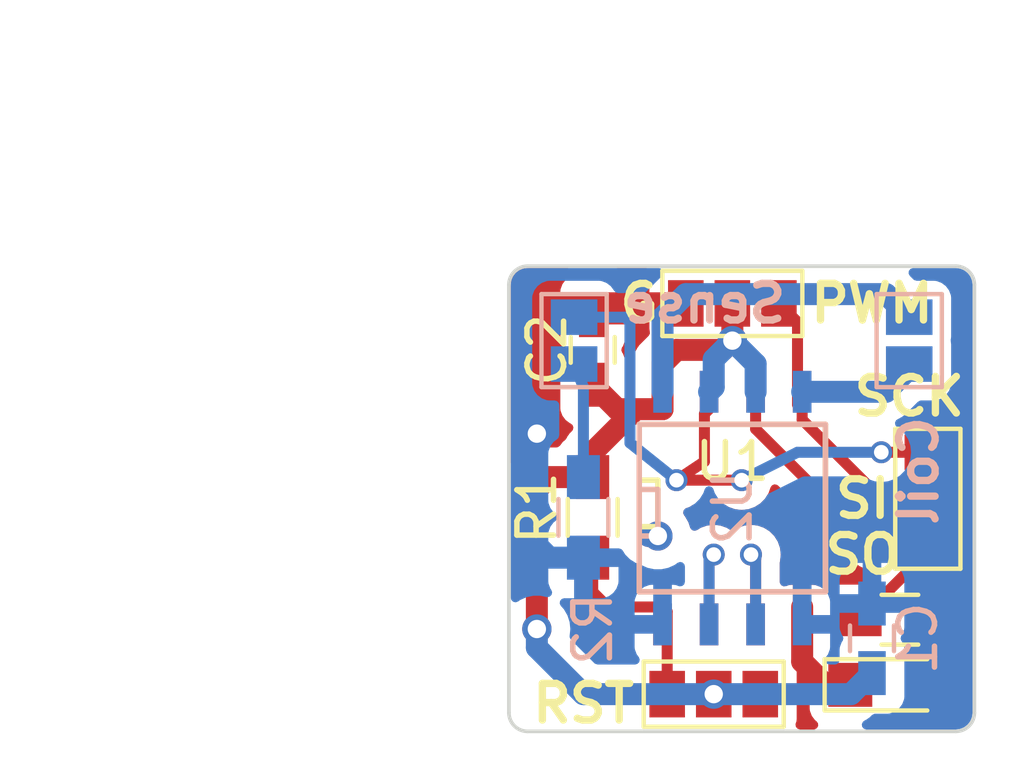
<source format=kicad_pcb>
(kicad_pcb (version 20221018) (generator pcbnew)
  (layers (0 "F.Cu" signal) (31 "B.Cu" signal) (34 "B.Paste" user) (35 "F.Paste" user) (36 "B.SilkS" user "B.Silkscreen") (37 "F.SilkS" user "F.Silkscreen") (38 "B.Mask" user) (39 "F.Mask" user) (44 "Edge.Cuts" user))
  (net 0 "")
  (net 1 "Net-(D1-Pad2)")
  (net 2 "GND")
  (net 3 "Net-(J1-Pad1)")
  (net 4 "Net-(J1-Pad2)")
  (net 5 "Net-(J2-Pad2)")
  (net 6 "VCC")
  (net 7 "LED")
  (net 8 "IB")
  (net 9 "IA")
  (net 10 "SCK")
  (net 11 "MOSI")
  (net 12 "RST")
  (footprint "LEDs:LED_0805" (layer "F.Cu") (at 139.954 110.998)
    (fp_text reference "D1" hide)
    (fp_text value "LED")
    (fp_line (start -1.8 -0.7) (end -1.8 0.7) (stroke (width 0.12)) (layer "F.SilkS"))
    (fp_line (start -1.8 -0.7) (end 1 -0.7) (stroke (width 0.12)) (layer "F.SilkS"))
    (fp_line (start -1.8 0.7) (end 1 0.7) (stroke (width 0.12)) (layer "F.SilkS"))
    (pad "1" smd rect (at -1.1 0 180) (size 1.2 1.2) (layers "F.Cu" "F.Paste" "F.Mask") (net 2 "GND"))
    (pad "2" smd rect (at 1.1 0 180) (size 1.2 1.2) (layers "F.Cu" "F.Paste" "F.Mask") (net 1 "Net-(D1-Pad2)"))
  )
  (footprint "Connectors:GS3" (layer "F.Cu") (at 135.636 100.584 90)
    (fp_text reference "J3" hide)
    (fp_text value "Input")
    (fp_line (start -0.89 -1.91) (end -0.89 1.91) (stroke (width 0.12)) (layer "F.SilkS"))
    (fp_line (start -0.89 -1.91) (end 0.89 -1.91) (stroke (width 0.12)) (layer "F.SilkS"))
    (fp_line (start -0.89 1.91) (end 0.89 1.91) (stroke (width 0.12)) (layer "F.SilkS"))
    (fp_line (start 0.89 1.91) (end 0.89 -1.91) (stroke (width 0.12)) (layer "F.SilkS"))
    (pad "1" smd rect (at 0 -1.27 90) (size 1.27 0.97) (layers "F.Cu" "F.Paste" "F.Mask") (net 2 "GND"))
    (pad "2" smd rect (at 0 0 90) (size 1.27 0.97) (layers "F.Cu" "F.Paste" "F.Mask") (net 6 "VCC"))
    (pad "3" smd rect (at 0 1.27 90) (size 1.27 0.97) (layers "F.Cu" "F.Paste" "F.Mask") (net 11 "MOSI"))
  )
  (footprint "Resistors_SMD:R_0603_HandSoldering" (layer "F.Cu") (at 131.826 106.426 -90)
    (fp_text reference "R1" (at -0.254 1.524 270) (layer "F.SilkS"))
    (fp_text value "10K")
    (fp_line (start -0.5 -0.68) (end 0.5 -0.68) (stroke (width 0.12)) (layer "F.SilkS"))
    (fp_line (start 0.5 0.68) (end -0.5 0.68) (stroke (width 0.12)) (layer "F.SilkS"))
    (pad "1" smd rect (at -1.1 0 270) (size 1.2 0.9) (layers "F.Cu" "F.Paste" "F.Mask") (net 6 "VCC"))
    (pad "2" smd rect (at 1.1 0 270) (size 1.2 0.9) (layers "F.Cu" "F.Paste" "F.Mask") (net 12 "RST"))
  )
  (footprint "Resistors_SMD:R_0603_HandSoldering" (layer "F.Cu") (at 140.208 109.22 180)
    (fp_text reference "R3" hide)
    (fp_text value "1K")
    (fp_line (start -0.5 -0.68) (end 0.5 -0.68) (stroke (width 0.12)) (layer "F.SilkS"))
    (fp_line (start 0.5 0.68) (end -0.5 0.68) (stroke (width 0.12)) (layer "F.SilkS"))
    (pad "1" smd rect (at -1.1 0 180) (size 1.2 0.9) (layers "F.Cu" "F.Paste" "F.Mask") (net 1 "Net-(D1-Pad2)"))
    (pad "2" smd rect (at 1.1 0 180) (size 1.2 0.9) (layers "F.Cu" "F.Paste" "F.Mask") (net 7 "LED"))
  )
  (footprint "SMD_Packages:SOIC-8-N" (layer "F.Cu") (at 135.636 106.172)
    (fp_text reference "U1" (at 0 -1.27) (layer "F.SilkS"))
    (fp_text value "ATTINY15-1SC")
    (fp_line (start -2.54 -2.286) (end 2.54 -2.286) (stroke (width 0.15)) (layer "F.SilkS"))
    (fp_line (start -2.54 -0.762) (end -2.032 -0.762) (stroke (width 0.15)) (layer "F.SilkS"))
    (fp_line (start -2.54 2.286) (end -2.54 -2.286) (stroke (width 0.15)) (layer "F.SilkS"))
    (fp_line (start -2.032 -0.762) (end -2.032 0.508) (stroke (width 0.15)) (layer "F.SilkS"))
    (fp_line (start -2.032 0.508) (end -2.54 0.508) (stroke (width 0.15)) (layer "F.SilkS"))
    (fp_line (start 2.54 -2.286) (end 2.54 2.286) (stroke (width 0.15)) (layer "F.SilkS"))
    (fp_line (start 2.54 2.286) (end -2.54 2.286) (stroke (width 0.15)) (layer "F.SilkS"))
    (pad "1" smd rect (at -1.905 3.175) (size 0.508 1.143) (layers "F.Cu" "F.Paste" "F.Mask") (net 12 "RST"))
    (pad "2" smd rect (at -0.635 3.175) (size 0.508 1.143) (layers "F.Cu" "F.Paste" "F.Mask") (net 8 "IB"))
    (pad "3" smd rect (at 0.635 3.175) (size 0.508 1.143) (layers "F.Cu" "F.Paste" "F.Mask") (net 9 "IA"))
    (pad "4" smd rect (at 1.905 3.175) (size 0.508 1.143) (layers "F.Cu" "F.Paste" "F.Mask") (net 2 "GND"))
    (pad "5" smd rect (at 1.905 -3.175) (size 0.508 1.143) (layers "F.Cu" "F.Paste" "F.Mask") (net 11 "MOSI"))
    (pad "6" smd rect (at 0.635 -3.175) (size 0.508 1.143) (layers "F.Cu" "F.Paste" "F.Mask") (net 7 "LED"))
    (pad "7" smd rect (at -0.635 -3.175) (size 0.508 1.143) (layers "F.Cu" "F.Paste" "F.Mask") (net 10 "SCK"))
    (pad "8" smd rect (at -1.905 -3.175) (size 0.508 1.143) (layers "F.Cu" "F.Paste" "F.Mask") (net 6 "VCC"))
  )
  (footprint "Connectors:GS3" (layer "F.Cu") (at 140.97 105.918)
    (fp_text reference "J4" hide)
    (fp_text value "Prog?dat")
    (fp_line (start -0.89 -1.91) (end -0.89 1.91) (stroke (width 0.12)) (layer "F.SilkS"))
    (fp_line (start -0.89 -1.91) (end 0.89 -1.91) (stroke (width 0.12)) (layer "F.SilkS"))
    (fp_line (start -0.89 1.91) (end 0.89 1.91) (stroke (width 0.12)) (layer "F.SilkS"))
    (fp_line (start 0.89 1.91) (end 0.89 -1.91) (stroke (width 0.12)) (layer "F.SilkS"))
    (pad "1" smd rect (at 0 -1.27) (size 1.27 0.97) (layers "F.Cu" "F.Paste" "F.Mask") (net 10 "SCK"))
    (pad "2" smd rect (at 0 0) (size 1.27 0.97) (layers "F.Cu" "F.Paste" "F.Mask") (net 11 "MOSI"))
    (pad "3" smd rect (at 0 1.27) (size 1.27 0.97) (layers "F.Cu" "F.Paste" "F.Mask") (net 7 "LED"))
  )
  (footprint "Connectors:GS3" (layer "F.Cu") (at 135.128 111.252 90)
    (fp_text reference "J5" hide)
    (fp_text value "Prog?pwr")
    (fp_line (start -0.89 -1.91) (end -0.89 1.91) (stroke (width 0.12)) (layer "F.SilkS"))
    (fp_line (start -0.89 -1.91) (end 0.89 -1.91) (stroke (width 0.12)) (layer "F.SilkS"))
    (fp_line (start -0.89 1.91) (end 0.89 1.91) (stroke (width 0.12)) (layer "F.SilkS"))
    (fp_line (start 0.89 1.91) (end 0.89 -1.91) (stroke (width 0.12)) (layer "F.SilkS"))
    (pad "1" smd rect (at 0 -1.27 90) (size 1.27 0.97) (layers "F.Cu" "F.Paste" "F.Mask") (net 12 "RST"))
    (pad "2" smd rect (at 0 0 90) (size 1.27 0.97) (layers "F.Cu" "F.Paste" "F.Mask") (net 6 "VCC"))
    (pad "3" smd rect (at 0 1.27 90) (size 1.27 0.97) (layers "F.Cu" "F.Paste" "F.Mask") (net 2 "GND"))
  )
  (footprint "Capacitors_SMD:C_0603_HandSoldering" (layer "F.Cu") (at 131.826 101.854 90)
    (fp_text reference "C2" (at 0 -1.25 90) (layer "F.SilkS"))
    (fp_text value "100n")
    (fp_line (start -0.35 -0.6) (end 0.35 -0.6) (stroke (width 0.12)) (layer "F.SilkS"))
    (fp_line (start 0.35 0.6) (end -0.35 0.6) (stroke (width 0.12)) (layer "F.SilkS"))
    (pad "1" smd rect (at -0.95 0 90) (size 1.2 0.75) (layers "F.Cu" "F.Paste" "F.Mask") (net 6 "VCC"))
    (pad "2" smd rect (at 0.95 0 90) (size 1.2 0.75) (layers "F.Cu" "F.Paste" "F.Mask") (net 2 "GND"))
  )
  (footprint "Connectors:GS2" (layer "B.Cu") (at 140.462 101.6)
    (fp_text reference "J1" hide)
    (fp_text value "SOLENOID")
    (fp_line (start -0.89 1.27) (end -0.89 -1.27) (stroke (width 0.12)) (layer "B.SilkS"))
    (fp_line (start -0.89 1.27) (end 0.89 1.27) (stroke (width 0.12)) (layer "B.SilkS"))
    (fp_line (start 0.89 -1.27) (end -0.89 -1.27) (stroke (width 0.12)) (layer "B.SilkS"))
    (fp_line (start 0.89 -1.27) (end 0.89 1.27) (stroke (width 0.12)) (layer "B.SilkS"))
    (pad "1" smd rect (at 0 0.64) (size 1.27 0.97) (layers "B.Cu" "B.Paste" "B.Mask") (net 3 "Net-(J1-Pad1)"))
    (pad "2" smd rect (at 0 -0.64) (size 1.27 0.97) (layers "B.Cu" "B.Paste" "B.Mask") (net 4 "Net-(J1-Pad2)"))
  )
  (footprint "Connectors:GS2" (layer "B.Cu") (at 131.318 101.6 180)
    (fp_text reference "J2" hide)
    (fp_text value "Sensor")
    (fp_line (start -0.89 1.27) (end -0.89 -1.27) (stroke (width 0.12)) (layer "B.SilkS"))
    (fp_line (start -0.89 1.27) (end 0.89 1.27) (stroke (width 0.12)) (layer "B.SilkS"))
    (fp_line (start 0.89 -1.27) (end -0.89 -1.27) (stroke (width 0.12)) (layer "B.SilkS"))
    (fp_line (start 0.89 -1.27) (end 0.89 1.27) (stroke (width 0.12)) (layer "B.SilkS"))
    (pad "1" smd rect (at 0 0.64 180) (size 1.27 0.97) (layers "B.Cu" "B.Paste" "B.Mask") (net 10 "SCK"))
    (pad "2" smd rect (at 0 -0.64 180) (size 1.27 0.97) (layers "B.Cu" "B.Paste" "B.Mask") (net 5 "Net-(J2-Pad2)"))
  )
  (footprint "Resistors_SMD:R_0603_HandSoldering" (layer "B.Cu") (at 131.572 106.426 90)
    (fp_text reference "R2" (at -3.048 0.254 90) (layer "B.SilkS") (effects (justify mirror)))
    (fp_text value "10K")
    (fp_line (start -0.5 0.68) (end 0.5 0.68) (stroke (width 0.12)) (layer "B.SilkS"))
    (fp_line (start 0.5 -0.68) (end -0.5 -0.68) (stroke (width 0.12)) (layer "B.SilkS"))
    (pad "1" smd rect (at -1.1 0 90) (size 1.2 0.9) (layers "B.Cu" "B.Paste" "B.Mask") (net 2 "GND"))
    (pad "2" smd rect (at 1.1 0 90) (size 1.2 0.9) (layers "B.Cu" "B.Paste" "B.Mask") (net 5 "Net-(J2-Pad2)"))
  )
  (footprint "SMD_Packages:SOIC-8-N" (layer "B.Cu") (at 135.636 106.172)
    (fp_text reference "U2" (at 0 0 90) (layer "B.SilkS") (effects (justify mirror)))
    (fp_text value "L9110")
    (fp_line (start -2.54 -2.286) (end -2.54 2.286) (stroke (width 0.15)) (layer "B.SilkS"))
    (fp_line (start -2.54 0.762) (end -2.032 0.762) (stroke (width 0.15)) (layer "B.SilkS"))
    (fp_line (start -2.54 2.286) (end 2.54 2.286) (stroke (width 0.15)) (layer "B.SilkS"))
    (fp_line (start -2.032 -0.508) (end -2.54 -0.508) (stroke (width 0.15)) (layer "B.SilkS"))
    (fp_line (start -2.032 0.762) (end -2.032 -0.508) (stroke (width 0.15)) (layer "B.SilkS"))
    (fp_line (start 2.54 -2.286) (end -2.54 -2.286) (stroke (width 0.15)) (layer "B.SilkS"))
    (fp_line (start 2.54 2.286) (end 2.54 -2.286) (stroke (width 0.15)) (layer "B.SilkS"))
    (pad "1" smd rect (at -1.905 -3.175) (size 0.508 1.143) (layers "B.Cu" "B.Paste" "B.Mask") (net 4 "Net-(J1-Pad2)"))
    (pad "2" smd rect (at -0.635 -3.175) (size 0.508 1.143) (layers "B.Cu" "B.Paste" "B.Mask") (net 6 "VCC"))
    (pad "3" smd rect (at 0.635 -3.175) (size 0.508 1.143) (layers "B.Cu" "B.Paste" "B.Mask") (net 6 "VCC"))
    (pad "4" smd rect (at 1.905 -3.175) (size 0.508 1.143) (layers "B.Cu" "B.Paste" "B.Mask") (net 3 "Net-(J1-Pad1)"))
    (pad "5" smd rect (at 1.905 3.175) (size 0.508 1.143) (layers "B.Cu" "B.Paste" "B.Mask") (net 2 "GND"))
    (pad "6" smd rect (at 0.635 3.175) (size 0.508 1.143) (layers "B.Cu" "B.Paste" "B.Mask") (net 9 "IA"))
    (pad "7" smd rect (at -0.635 3.175) (size 0.508 1.143) (layers "B.Cu" "B.Paste" "B.Mask") (net 8 "IB"))
    (pad "8" smd rect (at -1.905 3.175) (size 0.508 1.143) (layers "B.Cu" "B.Paste" "B.Mask") (net 2 "GND"))
  )
  (footprint "Capacitors_SMD:C_0603_HandSoldering" (layer "B.Cu") (at 139.446 109.728 90)
    (fp_text reference "C1" (at 0 1.25 90) (layer "B.SilkS") (effects (justify mirror)))
    (fp_text value "2.2uf")
    (fp_line (start -0.35 0.6) (end 0.35 0.6) (stroke (width 0.12)) (layer "B.SilkS"))
    (fp_line (start 0.35 -0.6) (end -0.35 -0.6) (stroke (width 0.12)) (layer "B.SilkS"))
    (pad "1" smd rect (at -0.95 0 90) (size 1.2 0.75) (layers "B.Cu" "B.Paste" "B.Mask") (net 6 "VCC"))
    (pad "2" smd rect (at 0.95 0 90) (size 1.2 0.75) (layers "B.Cu" "B.Paste" "B.Mask") (net 2 "GND"))
  )
  (gr_arc (start 141.732 99.568) (mid 142.09121 99.71679) (end 142.24 100.076) (stroke (width 0.1)) (layer "Edge.Cuts"))
  (gr_line (start 142.24 100.076) (end 142.24 111.76) (stroke (width 0.1)) (layer "Edge.Cuts"))
  (gr_arc (start 142.24 111.76) (mid 142.09121 112.11921) (end 141.732 112.268) (stroke (width 0.1)) (layer "Edge.Cuts"))
  (gr_arc (start 129.54 100.076) (mid 129.68879 99.71679) (end 130.048 99.568) (stroke (width 0.1)) (layer "Edge.Cuts"))
  (gr_line (start 130.048 99.568) (end 141.732 99.568) (stroke (width 0.1)) (layer "Edge.Cuts"))
  (gr_line (start 141.732 112.268) (end 130.048 112.268) (stroke (width 0.1)) (layer "Edge.Cuts"))
  (gr_arc (start 130.048 112.268) (mid 129.68879 112.11921) (end 129.54 111.76) (stroke (width 0.1)) (layer "Edge.Cuts"))
  (gr_line (start 129.54 111.76) (end 129.54 100.076) (stroke (width 0.1)) (layer "Edge.Cuts"))
  (gr_text "Coil" (at 140.716 105.156 90) (layer "B.SilkS") (effects (font (size 1 1) (thickness 0.2)) (justify mirror)))
  (gr_text "Sense" (at 134.874 100.584) (layer "B.SilkS") (effects (font (size 1 1) (thickness 0.2)) (justify mirror)))
  (gr_text "RST" (at 131.572 111.506) (layer "F.SilkS") (effects (font (size 1 1) (thickness 0.2))))
  (gr_text "G" (at 133.096 100.584) (layer "F.SilkS") (effects (font (size 1 1) (thickness 0.2))))
  (gr_text "SI\n" (at 139.192 105.918) (layer "F.SilkS") (effects (font (size 1 1) (thickness 0.2))))
  (gr_text "SO" (at 139.192 107.442) (layer "F.SilkS") (effects (font (size 1 1) (thickness 0.2))))
  (gr_text "SCK" (at 140.462 103.124) (layer "F.SilkS") (effects (font (size 1 1) (thickness 0.2))))
  (gr_text "PWM" (at 139.446 100.584) (layer "F.SilkS") (effects (font (size 1 1) (thickness 0.2))))
  (segment (start 133.35 106.934) (end 133.604 106.934) (width 0.6) (layer "F.Cu") (net 0))
  (via (at 133.604 106.934) (size 0.8) (drill 0.5) (layers "F.Cu" "B.Cu") (net 0))
  (segment (start 133.604 106.934) (end 133.35 106.934) (width 0.6) (layer "B.Cu") (net 0))
  (segment (start 141.308 110.744) (end 141.054 110.998) (width 0.3) (layer "F.Cu") (net 1))
  (segment (start 141.308 109.22) (end 141.308 110.744) (width 0.3) (layer "F.Cu") (net 1))
  (segment (start 138.176 110.998) (end 137.541 110.363) (width 0.6) (layer "F.Cu") (net 2))
  (segment (start 137.541 110.363) (end 137.541 108.872) (width 0.6) (layer "F.Cu") (net 2))
  (segment (start 130.302 104.14) (end 130.302 101.346) (width 0.6) (layer "F.Cu") (net 2))
  (segment (start 130.302 101.346) (end 131.064 100.584) (width 0.6) (layer "F.Cu") (net 2))
  (segment (start 131.064 100.584) (end 134.366 100.584) (width 0.6) (layer "F.Cu") (net 2))
  (segment (start 132.146 100.584) (end 131.826 100.904) (width 0.6) (layer "F.Cu") (net 2))
  (segment (start 138.854 110.998) (end 138.176 110.998) (width 0.6) (layer "F.Cu") (net 2))
  (segment (start 134.366 100.584) (end 132.146 100.584) (width 0.6) (layer "F.Cu") (net 2))
  (via (at 130.302 104.14) (size 0.8) (drill 0.5) (layers "F.Cu" "B.Cu") (net 2))
  (segment (start 130.64 107.526) (end 130.302 107.188) (width 0.6) (layer "B.Cu") (net 2))
  (segment (start 130.302 107.188) (end 130.302 104.14) (width 0.6) (layer "B.Cu") (net 2))
  (segment (start 131.572 107.526) (end 130.64 107.526) (width 0.6) (layer "B.Cu") (net 2))
  (segment (start 140.462 102.362) (end 139.827 102.997) (width 0.6) (layer "B.Cu") (net 3))
  (segment (start 139.827 102.997) (end 137.541 102.997) (width 0.6) (layer "B.Cu") (net 3))
  (segment (start 140.462 102.24) (end 140.462 102.362) (width 0.6) (layer "B.Cu") (net 3))
  (segment (start 133.731 100.965) (end 134.366 100.33) (width 0.6) (layer "B.Cu") (net 4))
  (segment (start 134.366 100.33) (end 139.832 100.33) (width 0.6) (layer "B.Cu") (net 4))
  (segment (start 139.832 100.33) (end 140.462 100.96) (width 0.6) (layer "B.Cu") (net 4))
  (segment (start 133.731 102.997) (end 133.731 100.965) (width 0.6) (layer "B.Cu") (net 4))
  (segment (start 131.572 102.87) (end 131.318 102.24) (width 0.3) (layer "B.Cu") (net 5))
  (segment (start 131.572 105.326) (end 131.572 102.87) (width 0.3) (layer "B.Cu") (net 5))
  (segment (start 135.636 101.6) (end 135.382 101.854) (width 0.6) (layer "F.Cu") (net 6))
  (segment (start 135.382 101.854) (end 134.112 101.854) (width 0.6) (layer "F.Cu") (net 6))
  (segment (start 134.112 101.854) (end 133.731 102.235) (width 0.6) (layer "F.Cu") (net 6))
  (segment (start 133.731 102.235) (end 133.731 103.472) (width 0.6) (layer "F.Cu") (net 6))
  (segment (start 131.826 104.648) (end 133.002 103.472) (width 0.6) (layer "F.Cu") (net 6))
  (segment (start 133.002 103.472) (end 133.731 103.472) (width 0.6) (layer "F.Cu") (net 6))
  (segment (start 130.302 109.474) (end 130.302 105.664) (width 0.6) (layer "F.Cu") (net 6))
  (segment (start 130.302 105.664) (end 130.64 105.326) (width 0.6) (layer "F.Cu") (net 6))
  (segment (start 131.826 105.326) (end 130.64 105.326) (width 0.6) (layer "F.Cu") (net 6))
  (segment (start 132.494 103.472) (end 131.826 102.804) (width 0.6) (layer "F.Cu") (net 6))
  (segment (start 135.636 100.584) (end 135.636 101.6) (width 0.6) (layer "F.Cu") (net 6))
  (segment (start 131.826 105.326) (end 131.826 104.648) (width 0.6) (layer "F.Cu") (net 6))
  (segment (start 133.731 103.472) (end 132.494 103.472) (width 0.6) (layer "F.Cu") (net 6))
  (via (at 130.302 109.474) (size 0.8) (drill 0.5) (layers "F.Cu" "B.Cu") (net 6))
  (via (at 135.636 101.6) (size 0.8) (drill 0.5) (layers "F.Cu" "B.Cu") (net 6))
  (via (at 135.128 111.252) (size 0.8) (drill 0.5) (layers "F.Cu" "B.Cu") (net 6))
  (segment (start 135.636 101.6) (end 136.271 102.235) (width 0.6) (layer "B.Cu") (net 6))
  (segment (start 136.271 102.235) (end 136.271 102.997) (width 0.6) (layer "B.Cu") (net 6))
  (segment (start 135.128 102.108) (end 135.128 102.87) (width 0.6) (layer "B.Cu") (net 6))
  (segment (start 135.128 102.87) (end 135.001 102.997) (width 0.6) (layer "B.Cu") (net 6))
  (segment (start 131.572 111.252) (end 135.128 111.252) (width 0.6) (layer "B.Cu") (net 6))
  (segment (start 131.572 111.252) (end 130.302 109.982) (width 0.6) (layer "B.Cu") (net 6))
  (segment (start 130.302 109.982) (end 130.302 109.474) (width 0.6) (layer "B.Cu") (net 6))
  (segment (start 138.872 111.252) (end 139.446 110.678) (width 0.6) (layer "B.Cu") (net 6))
  (segment (start 135.636 101.6) (end 135.128 102.108) (width 0.6) (layer "B.Cu") (net 6))
  (segment (start 135.128 111.252) (end 138.872 111.252) (width 0.6) (layer "B.Cu") (net 6))
  (segment (start 140.97 107.358) (end 139.108 109.22) (width 0.3) (layer "F.Cu") (net 7))
  (segment (start 136.271 104.013) (end 139.446 107.188) (width 0.3) (layer "F.Cu") (net 7))
  (segment (start 139.446 107.188) (end 140.97 107.188) (width 0.3) (layer "F.Cu") (net 7))
  (segment (start 136.271 103.472) (end 136.271 104.013) (width 0.3) (layer "F.Cu") (net 7))
  (segment (start 140.97 107.188) (end 140.97 107.358) (width 0.3) (layer "F.Cu") (net 7))
  (segment (start 135.001 107.569) (end 135.128 107.442) (width 0.3) (layer "F.Cu") (net 8))
  (segment (start 135.001 108.872) (end 135.001 107.569) (width 0.3) (layer "F.Cu") (net 8))
  (via (at 135.128 107.442) (size 0.6) (drill 0.4) (layers "F.Cu" "B.Cu") (net 8))
  (segment (start 135.128 107.442) (end 135.001 107.569) (width 0.3) (layer "B.Cu") (net 8))
  (segment (start 135.001 107.569) (end 135.001 109.347) (width 0.3) (layer "B.Cu") (net 8))
  (segment (start 136.144 107.442) (end 136.271 107.569) (width 0.3) (layer "F.Cu") (net 9))
  (segment (start 136.271 107.569) (end 136.271 108.872) (width 0.3) (layer "F.Cu") (net 9))
  (via (at 136.144 107.442) (size 0.6) (drill 0.4) (layers "F.Cu" "B.Cu") (net 9))
  (segment (start 136.271 107.569) (end 136.144 107.442) (width 0.3) (layer "B.Cu") (net 9))
  (segment (start 136.271 109.347) (end 136.271 107.569) (width 0.3) (layer "B.Cu") (net 9))
  (segment (start 134.112 105.41) (end 134.874 104.902) (width 0.3) (layer "F.Cu") (net 10))
  (segment (start 134.874 104.902) (end 134.874 103.599) (width 0.3) (layer "F.Cu") (net 10))
  (segment (start 134.874 103.599) (end 135.001 103.472) (width 0.3) (layer "F.Cu") (net 10))
  (segment (start 139.7 104.648) (end 140.97 104.648) (width 0.3) (layer "F.Cu") (net 10))
  (segment (start 134.112 105.41) (end 135.89 105.41) (width 0.3) (layer "F.Cu") (net 10))
  (via (at 135.89 105.41) (size 0.6) (drill 0.4) (layers "F.Cu" "B.Cu") (net 10))
  (via (at 139.7 104.648) (size 0.6) (drill 0.4) (layers "F.Cu" "B.Cu") (net 10))
  (via (at 134.112 105.41) (size 0.6) (drill 0.4) (layers "F.Cu" "B.Cu") (net 10))
  (segment (start 132.71 100.96) (end 132.842 101.092) (width 0.3) (layer "B.Cu") (net 10))
  (segment (start 132.842 101.092) (end 132.842 104.394) (width 0.3) (layer "B.Cu") (net 10))
  (segment (start 132.842 104.394) (end 134.112 105.41) (width 0.3) (layer "B.Cu") (net 10))
  (segment (start 135.89 105.41) (end 137.414 104.648) (width 0.3) (layer "B.Cu") (net 10))
  (segment (start 137.414 104.648) (end 139.7 104.648) (width 0.3) (layer "B.Cu") (net 10))
  (segment (start 131.318 100.96) (end 132.71 100.96) (width 0.3) (layer "B.Cu") (net 10))
  (segment (start 137.414 101.092) (end 137.414 103.345) (width 0.3) (layer "F.Cu") (net 11))
  (segment (start 137.414 103.345) (end 137.541 103.472) (width 0.3) (layer "F.Cu") (net 11))
  (segment (start 137.541 103.759) (end 139.7 105.918) (width 0.3) (layer "F.Cu") (net 11))
  (segment (start 139.7 105.918) (end 140.97 105.918) (width 0.3) (layer "F.Cu") (net 11))
  (segment (start 136.906 100.584) (end 137.414 101.092) (width 0.3) (layer "F.Cu") (net 11))
  (segment (start 137.541 103.472) (end 137.541 103.759) (width 0.3) (layer "F.Cu") (net 11))
  (segment (start 131.826 108.458) (end 132.24 108.872) (width 0.3) (layer "F.Cu") (net 12))
  (segment (start 132.24 108.872) (end 133.731 108.872) (width 0.3) (layer "F.Cu") (net 12))
  (segment (start 133.858 108.999) (end 133.731 108.872) (width 0.3) (layer "F.Cu") (net 12))
  (segment (start 133.858 111.252) (end 133.858 108.999) (width 0.3) (layer "F.Cu") (net 12))
  (segment (start 131.826 107.526) (end 131.826 108.458) (width 0.3) (layer "F.Cu") (net 12))
  (zone (net 2) (net_name "GND") (layer "F.Cu") (connect_pads (clearance 0.508)) (min_thickness 0.254) (fill yes (thermal_gap 0.508) (thermal_bridge_width 0.508))
    (polygon (pts (xy 129.286 99.314) (xy 142.494 99.314) (xy 142.494 112.268) (xy 129.286 112.268)))
  )
  (zone (net 2) (net_name "GND") (layer "B.Cu") (connect_pads (clearance 0.508)) (min_thickness 0.254) (fill yes (thermal_gap 0.508) (thermal_bridge_width 0.508))
    (polygon (pts (xy 129.54 112.522) (xy 142.24 112.522) (xy 142.24 98.806) (xy 129.54 98.806)))
  )
)
</source>
